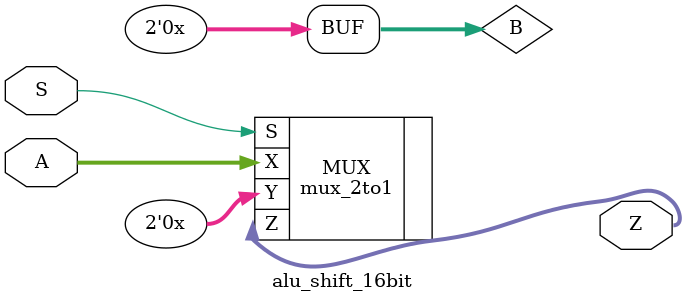
<source format=v>
`timescale 1ns / 1ps
`default_nettype none
module alu_shift_16bit(A, S, Z);

    parameter N = 2;

	//port definitions

	input wire [(N-1):0] A;
	input wire S;
    output wire [(N-1):0] Z;
    wire [(N-1):0] B;

    assign B[N-17:0] = A[N-1:16];
    assign B[N-1:N-16] = 16'b0;
    
	mux_2to1 #(.N(N)) MUX (.X(A), .Y(B), .S(S), .Z(Z));
endmodule
`default_nettype wire

</source>
